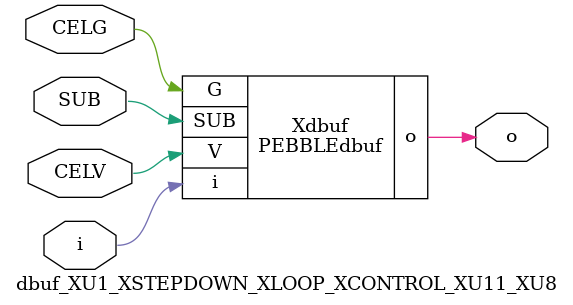
<source format=v>



module PEBBLEdbuf ( o, G, SUB, V, i );

  input V;
  input i;
  input G;
  output o;
  input SUB;
endmodule

//Celera Confidential Do Not Copy dbuf_XU1_XSTEPDOWN_XLOOP_XCONTROL_XU11_XU8
//Celera Confidential Symbol Generator
//Digital Buffer
module dbuf_XU1_XSTEPDOWN_XLOOP_XCONTROL_XU11_XU8 (CELV,CELG,i,o,SUB);
input CELV;
input CELG;
input i;
input SUB;
output o;

//Celera Confidential Do Not Copy dbuf
PEBBLEdbuf Xdbuf(
.V (CELV),
.i (i),
.o (o),
.SUB (SUB),
.G (CELG)
);
//,diesize,PEBBLEdbuf

//Celera Confidential Do Not Copy Module End
//Celera Schematic Generator
endmodule

</source>
